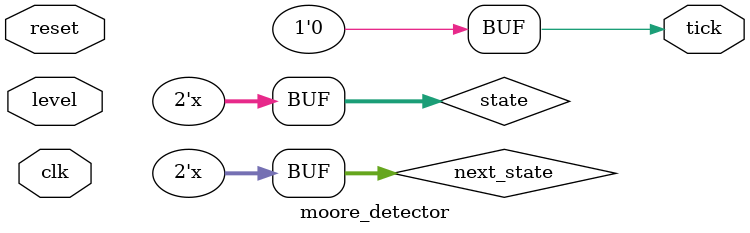
<source format=v>

module moore_detector(clk, reset, level, tick);
	input wire clk, reset, level;
	output reg tick;
	
	localparam[1:0] 
		zero = 2'b00,
		edge_ = 2'b01,
		one  = 2'b10;
		
	reg[1:0] state, next_state;
	
	
	always @(posedge clk, posedge reset)
	begin
		if (reset)
			state <= zero;
		else
			state <= next_state;
	end
	
	
	always @(state, level)
	begin
		state = next_state;
		tick = 1'b0;  // tick is one-cycle only
		
		case (state)
			zero:
				if (level)
					next_state = edge_;
				
			edge_:
				begin
					tick= 1'b1;
					if (level)
						next_state = one;
					else
						next_state = zero;
				end
				
			one:
				if (~level)
					next_state = zero;
		endcase
	end

endmodule

</source>
